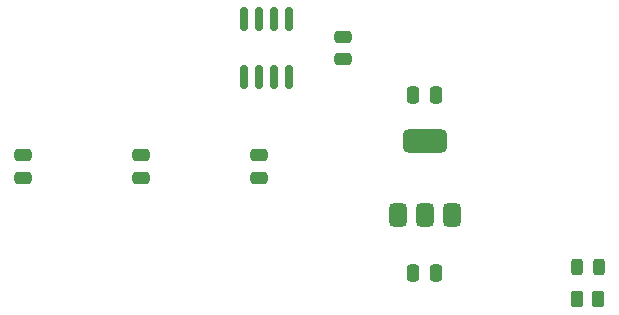
<source format=gbr>
%TF.GenerationSoftware,KiCad,Pcbnew,8.0.0*%
%TF.CreationDate,2024-03-04T13:39:21+01:00*%
%TF.ProjectId,ACS712-module,41435337-3132-42d6-9d6f-64756c652e6b,rev?*%
%TF.SameCoordinates,Original*%
%TF.FileFunction,Paste,Top*%
%TF.FilePolarity,Positive*%
%FSLAX46Y46*%
G04 Gerber Fmt 4.6, Leading zero omitted, Abs format (unit mm)*
G04 Created by KiCad (PCBNEW 8.0.0) date 2024-03-04 13:39:21*
%MOMM*%
%LPD*%
G01*
G04 APERTURE LIST*
G04 Aperture macros list*
%AMRoundRect*
0 Rectangle with rounded corners*
0 $1 Rounding radius*
0 $2 $3 $4 $5 $6 $7 $8 $9 X,Y pos of 4 corners*
0 Add a 4 corners polygon primitive as box body*
4,1,4,$2,$3,$4,$5,$6,$7,$8,$9,$2,$3,0*
0 Add four circle primitives for the rounded corners*
1,1,$1+$1,$2,$3*
1,1,$1+$1,$4,$5*
1,1,$1+$1,$6,$7*
1,1,$1+$1,$8,$9*
0 Add four rect primitives between the rounded corners*
20,1,$1+$1,$2,$3,$4,$5,0*
20,1,$1+$1,$4,$5,$6,$7,0*
20,1,$1+$1,$6,$7,$8,$9,0*
20,1,$1+$1,$8,$9,$2,$3,0*%
G04 Aperture macros list end*
%ADD10RoundRect,0.150000X-0.150000X0.825000X-0.150000X-0.825000X0.150000X-0.825000X0.150000X0.825000X0*%
%ADD11RoundRect,0.250000X-0.262500X-0.450000X0.262500X-0.450000X0.262500X0.450000X-0.262500X0.450000X0*%
%ADD12RoundRect,0.375000X0.375000X-0.625000X0.375000X0.625000X-0.375000X0.625000X-0.375000X-0.625000X0*%
%ADD13RoundRect,0.500000X1.400000X-0.500000X1.400000X0.500000X-1.400000X0.500000X-1.400000X-0.500000X0*%
%ADD14RoundRect,0.250000X0.250000X0.475000X-0.250000X0.475000X-0.250000X-0.475000X0.250000X-0.475000X0*%
%ADD15RoundRect,0.250000X-0.475000X0.250000X-0.475000X-0.250000X0.475000X-0.250000X0.475000X0.250000X0*%
%ADD16RoundRect,0.243750X-0.243750X-0.456250X0.243750X-0.456250X0.243750X0.456250X-0.243750X0.456250X0*%
%ADD17RoundRect,0.250000X0.475000X-0.250000X0.475000X0.250000X-0.475000X0.250000X-0.475000X-0.250000X0*%
G04 APERTURE END LIST*
D10*
%TO.C,U1*%
X147000000Y-92000000D03*
X145730000Y-92000000D03*
X144460000Y-92000000D03*
X143190000Y-92000000D03*
X143190000Y-96950000D03*
X144460000Y-96950000D03*
X145730000Y-96950000D03*
X147000000Y-96950000D03*
%TD*%
D11*
%TO.C,R1*%
X171337500Y-115750000D03*
X173162500Y-115750000D03*
%TD*%
D12*
%TO.C,U2*%
X156200000Y-108650000D03*
X158500000Y-108650000D03*
D13*
X158500000Y-102350000D03*
D12*
X160800000Y-108650000D03*
%TD*%
D14*
%TO.C,C6*%
X159412500Y-98500000D03*
X157512500Y-98500000D03*
%TD*%
%TO.C,C5*%
X159412500Y-113500000D03*
X157512500Y-113500000D03*
%TD*%
D15*
%TO.C,C2*%
X134500000Y-103550000D03*
X134500000Y-105450000D03*
%TD*%
%TO.C,C3*%
X144460000Y-103550000D03*
X144460000Y-105450000D03*
%TD*%
%TO.C,C1*%
X124500000Y-103550000D03*
X124500000Y-105450000D03*
%TD*%
D16*
%TO.C,D1*%
X171372500Y-113000000D03*
X173247500Y-113000000D03*
%TD*%
D17*
%TO.C,C4*%
X151595000Y-95425000D03*
X151595000Y-93525000D03*
%TD*%
M02*

</source>
